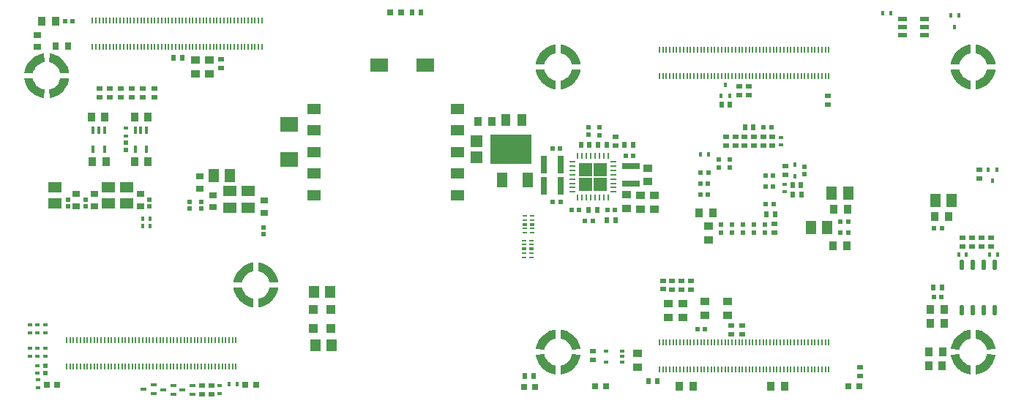
<source format=gbp>
G04*
G04 #@! TF.GenerationSoftware,Altium Limited,Altium Designer,22.10.1 (41)*
G04*
G04 Layer_Color=128*
%FSLAX44Y44*%
%MOMM*%
G71*
G04*
G04 #@! TF.SameCoordinates,928D53FB-E6BB-4B63-96BA-E5CEFA686ED6*
G04*
G04*
G04 #@! TF.FilePolarity,Positive*
G04*
G01*
G75*
%ADD38R,0.6500X0.5500*%
%ADD40R,1.0000X0.9000*%
%ADD41R,0.4500X0.5500*%
%ADD42R,1.0000X1.0000*%
%ADD46R,0.5500X0.4500*%
%ADD47R,0.5200X0.5200*%
%ADD50R,0.9000X1.0000*%
%ADD51R,0.5500X0.6500*%
%ADD52R,0.6200X0.6200*%
%ADD53R,0.6200X0.6200*%
%ADD54R,1.1500X1.8000*%
%ADD59R,1.1500X1.4500*%
%ADD63R,0.8000X0.8000*%
%ADD72R,1.0500X1.4000*%
%ADD199R,0.1800X0.7000*%
%ADD200R,0.7000X0.9000*%
%ADD201R,0.9000X0.7000*%
%ADD203R,0.4000X0.5100*%
%ADD204R,1.5000X1.3000*%
%ADD205R,1.3000X1.5000*%
%ADD206R,0.7100X0.3000*%
%ADD207R,0.5200X0.5200*%
%ADD208R,0.8000X2.0000*%
%ADD209R,2.0000X0.8000*%
%ADD211R,0.4000X0.4800*%
%ADD212R,0.2000X0.7000*%
%ADD213O,0.5500X1.2500*%
G04:AMPARAMS|DCode=214|XSize=0.4mm|YSize=0.565mm|CornerRadius=0.05mm|HoleSize=0mm|Usage=FLASHONLY|Rotation=270.000|XOffset=0mm|YOffset=0mm|HoleType=Round|Shape=RoundedRectangle|*
%AMROUNDEDRECTD214*
21,1,0.4000,0.4650,0,0,270.0*
21,1,0.3000,0.5650,0,0,270.0*
1,1,0.1000,-0.2325,-0.1500*
1,1,0.1000,-0.2325,0.1500*
1,1,0.1000,0.2325,0.1500*
1,1,0.1000,0.2325,-0.1500*
%
%ADD214ROUNDEDRECTD214*%
%ADD215R,1.0000X0.6000*%
%ADD216R,2.0000X1.5000*%
%ADD217R,1.5500X1.2700*%
G04:AMPARAMS|DCode=218|XSize=0.25mm|YSize=0.6mm|CornerRadius=0.0313mm|HoleSize=0mm|Usage=FLASHONLY|Rotation=90.000|XOffset=0mm|YOffset=0mm|HoleType=Round|Shape=RoundedRectangle|*
%AMROUNDEDRECTD218*
21,1,0.2500,0.5375,0,0,90.0*
21,1,0.1875,0.6000,0,0,90.0*
1,1,0.0625,0.2688,0.0938*
1,1,0.0625,0.2688,-0.0938*
1,1,0.0625,-0.2688,-0.0938*
1,1,0.0625,-0.2688,0.0938*
%
%ADD218ROUNDEDRECTD218*%
G04:AMPARAMS|DCode=219|XSize=0.25mm|YSize=0.6mm|CornerRadius=0.0313mm|HoleSize=0mm|Usage=FLASHONLY|Rotation=0.000|XOffset=0mm|YOffset=0mm|HoleType=Round|Shape=RoundedRectangle|*
%AMROUNDEDRECTD219*
21,1,0.2500,0.5375,0,0,0.0*
21,1,0.1875,0.6000,0,0,0.0*
1,1,0.0625,0.0938,-0.2688*
1,1,0.0625,-0.0938,-0.2688*
1,1,0.0625,-0.0938,0.2688*
1,1,0.0625,0.0938,0.2688*
%
%ADD219ROUNDEDRECTD219*%
%ADD221R,2.1590X1.7780*%
%ADD222R,1.4000X1.3900*%
%ADD223R,4.8600X3.3600*%
G04:AMPARAMS|DCode=224|XSize=0.2mm|YSize=0.565mm|CornerRadius=0.05mm|HoleSize=0mm|Usage=FLASHONLY|Rotation=90.000|XOffset=0mm|YOffset=0mm|HoleType=Round|Shape=RoundedRectangle|*
%AMROUNDEDRECTD224*
21,1,0.2000,0.4650,0,0,90.0*
21,1,0.1000,0.5650,0,0,90.0*
1,1,0.1000,0.2325,0.0500*
1,1,0.1000,0.2325,-0.0500*
1,1,0.1000,-0.2325,-0.0500*
1,1,0.1000,-0.2325,0.0500*
%
%ADD224ROUNDEDRECTD224*%
%ADD254R,1.4900X1.4900*%
%ADD255R,0.3500X0.8500*%
%ADD256R,0.5500X0.3700*%
G36*
X30822Y395457D02*
X29628Y395199D01*
X27316Y394414D01*
X25151Y393287D01*
X23182Y391844D01*
X21456Y390118D01*
X20013Y388149D01*
X18886Y385984D01*
X18101Y383672D01*
X17843Y382478D01*
X7794Y382869D01*
X8057Y385013D01*
X9284Y389156D01*
X11178Y393039D01*
X13687Y396557D01*
X16743Y399612D01*
X20261Y402122D01*
X24144Y404016D01*
X28287Y405243D01*
X30431Y405506D01*
X30431D01*
X30822Y395457D01*
D02*
G37*
G36*
X38913Y405243D02*
X43056Y404016D01*
X46939Y402122D01*
X50457Y399612D01*
X53512Y396557D01*
X56022Y393039D01*
X57916Y389156D01*
X59143Y385013D01*
X59406Y382869D01*
X49357Y382478D01*
X49099Y383672D01*
X48314Y385984D01*
X47187Y388149D01*
X45744Y390118D01*
X44018Y391844D01*
X42049Y393287D01*
X39884Y394414D01*
X37572Y395199D01*
X36378Y395457D01*
X36378D01*
X36769Y405506D01*
X38913Y405243D01*
D02*
G37*
G36*
X17843Y382478D02*
X17843Y382478D01*
Y382478D01*
X17843D01*
D02*
G37*
G36*
X18101Y375728D02*
X18886Y373416D01*
X20013Y371251D01*
X21456Y369282D01*
X23182Y367556D01*
X25151Y366113D01*
X27316Y364986D01*
X29628Y364201D01*
X30822Y363943D01*
Y363943D01*
Y363943D01*
D01*
X30431Y353894D01*
X28287Y354157D01*
X24144Y355384D01*
X20261Y357278D01*
X16743Y359787D01*
X13687Y362843D01*
X11178Y366361D01*
X9284Y370244D01*
X8057Y374387D01*
X7794Y376531D01*
X7794Y376531D01*
X17843Y376922D01*
X18101Y375728D01*
D02*
G37*
G36*
X59406Y376531D02*
X59143Y374387D01*
X57916Y370244D01*
X56022Y366361D01*
X53512Y362843D01*
X50457Y359787D01*
X46939Y357278D01*
X43056Y355384D01*
X38913Y354157D01*
X36769Y353894D01*
Y353894D01*
X36378Y363943D01*
X37572Y364201D01*
X39884Y364986D01*
X42049Y366113D01*
X44018Y367556D01*
X45744Y369282D01*
X47187Y371251D01*
X48314Y373416D01*
X49099Y375728D01*
X49357Y376922D01*
X59406Y376531D01*
D02*
G37*
G36*
X272822Y153457D02*
X271628Y153199D01*
X269316Y152414D01*
X267151Y151287D01*
X265182Y149844D01*
X263456Y148118D01*
X262013Y146149D01*
X260886Y143984D01*
X260101Y141672D01*
X259843Y140478D01*
X249794Y140869D01*
X250057Y143013D01*
X251284Y147156D01*
X253178Y151039D01*
X255688Y154557D01*
X258743Y157612D01*
X262261Y160122D01*
X266144Y162016D01*
X270287Y163243D01*
X272431Y163506D01*
X272431D01*
X272822Y153457D01*
D02*
G37*
G36*
X259843Y140478D02*
X259843Y140478D01*
Y140478D01*
X259843D01*
D02*
G37*
G36*
X260101Y133728D02*
X260886Y131416D01*
X262013Y129251D01*
X263456Y127282D01*
X265182Y125556D01*
X267151Y124113D01*
X269316Y122986D01*
X271628Y122201D01*
X272822Y121943D01*
Y121943D01*
Y121943D01*
D01*
X272431Y111894D01*
X270287Y112157D01*
X266144Y113384D01*
X262261Y115278D01*
X258743Y117788D01*
X255688Y120843D01*
X253178Y124361D01*
X251284Y128244D01*
X250057Y132387D01*
X249794Y134531D01*
X249794Y134531D01*
X259843Y134922D01*
X260101Y133728D01*
D02*
G37*
G36*
X278769Y111894D02*
X278378Y121943D01*
X279572Y122201D01*
X281884Y122986D01*
X284049Y124113D01*
X286018Y125556D01*
X287744Y127282D01*
X289187Y129251D01*
X290314Y131416D01*
X291099Y133728D01*
X291357Y134922D01*
D01*
X301406Y134531D01*
X301143Y132387D01*
X299916Y128244D01*
X298022Y124361D01*
X295512Y120843D01*
X292457Y117788D01*
X288939Y115278D01*
X285056Y113384D01*
X280913Y112157D01*
X278769Y111894D01*
Y111894D01*
D02*
G37*
G36*
X622144Y85888D02*
X622534Y75839D01*
X621340Y75581D01*
X619028Y74796D01*
X616863Y73669D01*
X614894Y72226D01*
X613168Y70500D01*
X611725Y68531D01*
X610598Y66366D01*
X609813Y64054D01*
X609555Y62860D01*
X609555Y62860D01*
X599506Y63251D01*
X599769Y65395D01*
X600996Y69538D01*
X602891Y73421D01*
X605400Y76939D01*
X608455Y79994D01*
X611973Y82504D01*
X615856Y84398D01*
X619999Y85625D01*
X622144Y85888D01*
X622144D01*
D02*
G37*
G36*
X599506Y56913D02*
X609555Y57304D01*
X609813Y56110D01*
X610598Y53798D01*
X611725Y51633D01*
X613168Y49664D01*
X614894Y47938D01*
X616863Y46495D01*
X619028Y45368D01*
X621340Y44583D01*
X622534Y44325D01*
Y44325D01*
X622144Y34276D01*
X619999Y34539D01*
X615856Y35766D01*
X611973Y37660D01*
X608455Y40170D01*
X605400Y43225D01*
X602891Y46743D01*
X600996Y50626D01*
X599769Y54769D01*
X599506Y56913D01*
X599506Y56913D01*
D02*
G37*
G36*
X301406Y140869D02*
X291357Y140478D01*
X291099Y141672D01*
X290314Y143984D01*
X289187Y146149D01*
X287744Y148118D01*
X286018Y149844D01*
X284049Y151287D01*
X281884Y152414D01*
X279572Y153199D01*
X278378Y153457D01*
X278378D01*
X278769Y163506D01*
X280913Y163243D01*
X285056Y162016D01*
X288939Y160122D01*
X292457Y157612D01*
X295512Y154557D01*
X298022Y151039D01*
X299916Y147156D01*
X301143Y143013D01*
X301406Y140869D01*
D01*
D02*
G37*
G36*
X599506Y386913D02*
X609555Y387304D01*
X609813Y386110D01*
X610598Y383798D01*
X611725Y381633D01*
X613168Y379664D01*
X614894Y377938D01*
X616863Y376495D01*
X619028Y375368D01*
X621340Y374583D01*
X622534Y374325D01*
Y374325D01*
X622144Y364276D01*
X619999Y364539D01*
X615856Y365766D01*
X611973Y367660D01*
X608455Y370169D01*
X605400Y373225D01*
X602891Y376743D01*
X600996Y380626D01*
X599769Y384769D01*
X599506Y386913D01*
X599506Y386913D01*
D02*
G37*
G36*
X622144Y415888D02*
X622534Y405839D01*
X621340Y405581D01*
X619028Y404796D01*
X616863Y403669D01*
X614894Y402226D01*
X613168Y400500D01*
X611725Y398531D01*
X610598Y396366D01*
X609813Y394054D01*
X609555Y392860D01*
X609555Y392860D01*
X599506Y393251D01*
X599769Y395395D01*
X600996Y399538D01*
X602891Y403421D01*
X605400Y406939D01*
X608455Y409994D01*
X611973Y412504D01*
X615856Y414398D01*
X619999Y415625D01*
X622144Y415888D01*
X622144D01*
D02*
G37*
G36*
X1102534Y405839D02*
X1101340Y405581D01*
X1099028Y404796D01*
X1096863Y403669D01*
X1094894Y402226D01*
X1093168Y400500D01*
X1091725Y398531D01*
X1090598Y396366D01*
X1089813Y394054D01*
X1089555Y392860D01*
X1079506Y393251D01*
X1079769Y395395D01*
X1080996Y399538D01*
X1082890Y403421D01*
X1085400Y406939D01*
X1088455Y409994D01*
X1091973Y412504D01*
X1095856Y414398D01*
X1099999Y415625D01*
X1102143Y415888D01*
X1102143D01*
X1102534Y405839D01*
D02*
G37*
G36*
X1110625Y415625D02*
X1114768Y414398D01*
X1118652Y412504D01*
X1122169Y409994D01*
X1125225Y406939D01*
X1127734Y403421D01*
X1129628Y399538D01*
X1130855Y395395D01*
X1131118Y393251D01*
X1121069Y392860D01*
X1120811Y394054D01*
X1120026Y396366D01*
X1118899Y398531D01*
X1117456Y400500D01*
X1115730Y402226D01*
X1113761Y403669D01*
X1111596Y404796D01*
X1109284Y405581D01*
X1108090Y405839D01*
X1108091D01*
X1108481Y415888D01*
X1110625Y415625D01*
D02*
G37*
G36*
X1089555Y392860D02*
X1089555Y392860D01*
Y392860D01*
X1089555D01*
D02*
G37*
G36*
X630625Y415625D02*
X634768Y414398D01*
X638652Y412504D01*
X642169Y409994D01*
X645225Y406939D01*
X647734Y403421D01*
X649628Y399538D01*
X650855Y395395D01*
X651118Y393251D01*
X641069Y392860D01*
X640811Y394054D01*
X640026Y396366D01*
X638899Y398531D01*
X637456Y400500D01*
X635730Y402226D01*
X633761Y403669D01*
X631596Y404796D01*
X629284Y405581D01*
X628090Y405839D01*
X628091D01*
X628481Y415888D01*
X630625Y415625D01*
D02*
G37*
G36*
X1089813Y386110D02*
X1090598Y383798D01*
X1091725Y381633D01*
X1093168Y379664D01*
X1094894Y377938D01*
X1096863Y376495D01*
X1099028Y375368D01*
X1101340Y374583D01*
X1102534Y374325D01*
Y374325D01*
Y374325D01*
D01*
X1102143Y364276D01*
X1099999Y364539D01*
X1095856Y365766D01*
X1091973Y367660D01*
X1088455Y370169D01*
X1085400Y373225D01*
X1082890Y376743D01*
X1080996Y380626D01*
X1079769Y384769D01*
X1079506Y386913D01*
X1079506Y386913D01*
X1089555Y387304D01*
X1089813Y386110D01*
D02*
G37*
G36*
X1131118Y386913D02*
X1130855Y384769D01*
X1129628Y380626D01*
X1127734Y376743D01*
X1125225Y373225D01*
X1122169Y370169D01*
X1118652Y367660D01*
X1114768Y365766D01*
X1110625Y364539D01*
X1108481Y364276D01*
Y364276D01*
X1108090Y374325D01*
X1109284Y374583D01*
X1111596Y375368D01*
X1113761Y376495D01*
X1115730Y377938D01*
X1117456Y379664D01*
X1118899Y381633D01*
X1120026Y383798D01*
X1120811Y386110D01*
X1121069Y387304D01*
X1131118Y386913D01*
D02*
G37*
G36*
X651118D02*
X650855Y384769D01*
X649628Y380626D01*
X647734Y376743D01*
X645225Y373225D01*
X642169Y370169D01*
X638652Y367660D01*
X634768Y365766D01*
X630625Y364539D01*
X628481Y364276D01*
Y364276D01*
X628090Y374325D01*
X629284Y374583D01*
X631596Y375368D01*
X633761Y376495D01*
X635730Y377938D01*
X637456Y379664D01*
X638899Y381633D01*
X640026Y383798D01*
X640811Y386110D01*
X641069Y387304D01*
X651118Y386913D01*
D02*
G37*
G36*
X1102534Y75839D02*
X1101340Y75581D01*
X1099028Y74796D01*
X1096863Y73669D01*
X1094894Y72226D01*
X1093168Y70500D01*
X1091725Y68531D01*
X1090598Y66366D01*
X1089813Y64054D01*
X1089555Y62860D01*
X1079506Y63251D01*
X1079769Y65395D01*
X1080996Y69538D01*
X1082890Y73421D01*
X1085400Y76939D01*
X1088455Y79994D01*
X1091973Y82504D01*
X1095856Y84398D01*
X1099999Y85625D01*
X1102143Y85888D01*
X1102143D01*
X1102534Y75839D01*
D02*
G37*
G36*
X1110625Y85625D02*
X1114768Y84398D01*
X1118652Y82504D01*
X1122169Y79994D01*
X1125225Y76939D01*
X1127734Y73421D01*
X1129628Y69538D01*
X1130855Y65395D01*
X1131118Y63251D01*
X1121069Y62860D01*
X1120811Y64054D01*
X1120026Y66366D01*
X1118899Y68531D01*
X1117456Y70500D01*
X1115730Y72226D01*
X1113761Y73669D01*
X1111596Y74796D01*
X1109284Y75581D01*
X1108090Y75839D01*
X1108091D01*
X1108481Y85888D01*
X1110625Y85625D01*
D02*
G37*
G36*
X1089555Y62860D02*
X1089555Y62860D01*
Y62860D01*
X1089555D01*
D02*
G37*
G36*
X630625Y85625D02*
X634768Y84398D01*
X638652Y82504D01*
X642169Y79994D01*
X645225Y76939D01*
X647734Y73421D01*
X649628Y69538D01*
X650855Y65395D01*
X651118Y63251D01*
X641069Y62860D01*
X640811Y64054D01*
X640026Y66366D01*
X638899Y68531D01*
X637456Y70500D01*
X635730Y72226D01*
X633761Y73669D01*
X631596Y74796D01*
X629284Y75581D01*
X628090Y75839D01*
X628091D01*
X628481Y85888D01*
X630625Y85625D01*
D02*
G37*
G36*
X1089813Y56110D02*
X1090598Y53798D01*
X1091725Y51633D01*
X1093168Y49664D01*
X1094894Y47938D01*
X1096863Y46495D01*
X1099028Y45368D01*
X1101340Y44583D01*
X1102534Y44325D01*
Y44325D01*
Y44325D01*
D01*
X1102143Y34276D01*
X1099999Y34539D01*
X1095856Y35766D01*
X1091973Y37660D01*
X1088455Y40170D01*
X1085400Y43225D01*
X1082890Y46743D01*
X1080996Y50626D01*
X1079769Y54769D01*
X1079506Y56913D01*
X1079506Y56913D01*
X1089555Y57304D01*
X1089813Y56110D01*
D02*
G37*
G36*
X1131118Y56913D02*
X1130855Y54769D01*
X1129628Y50626D01*
X1127734Y46743D01*
X1125225Y43225D01*
X1122169Y40170D01*
X1118652Y37660D01*
X1114768Y35766D01*
X1110625Y34539D01*
X1108481Y34276D01*
Y34276D01*
X1108090Y44325D01*
X1109284Y44583D01*
X1111596Y45368D01*
X1113761Y46495D01*
X1115730Y47938D01*
X1117456Y49664D01*
X1118899Y51633D01*
X1120026Y53798D01*
X1120811Y56110D01*
X1121069Y57304D01*
X1131118Y56913D01*
D02*
G37*
G36*
X651118D02*
X650855Y54769D01*
X649628Y50626D01*
X647734Y46743D01*
X645225Y43225D01*
X642169Y40170D01*
X638652Y37660D01*
X634768Y35766D01*
X630625Y34539D01*
X628481Y34276D01*
Y34276D01*
X628090Y44325D01*
X629284Y44583D01*
X631596Y45368D01*
X633761Y46495D01*
X635730Y47938D01*
X637456Y49664D01*
X638899Y51633D01*
X640026Y53798D01*
X640811Y56110D01*
X641069Y57304D01*
X651118Y56913D01*
D02*
G37*
D38*
X974250Y32606D02*
D03*
Y42606D02*
D03*
X95000Y365000D02*
D03*
Y355000D02*
D03*
X107000Y365000D02*
D03*
Y355000D02*
D03*
X158022Y365000D02*
D03*
Y355000D02*
D03*
X145000Y365000D02*
D03*
Y355000D02*
D03*
X119000Y365000D02*
D03*
Y355000D02*
D03*
X132000Y365000D02*
D03*
Y355000D02*
D03*
X213000Y21500D02*
D03*
Y11500D02*
D03*
X224000Y21500D02*
D03*
Y11500D02*
D03*
X834324Y357496D02*
D03*
X746300Y142600D02*
D03*
X862359Y308917D02*
D03*
X840740Y308958D02*
D03*
X872744D02*
D03*
X845500Y357496D02*
D03*
X778600Y142200D02*
D03*
X767950Y142350D02*
D03*
X757200Y142500D02*
D03*
X665416Y61120D02*
D03*
X851662Y308958D02*
D03*
X830072D02*
D03*
X819510Y308900D02*
D03*
X887700Y275100D02*
D03*
X746300Y132600D02*
D03*
X757200Y132500D02*
D03*
X1112774Y260684D02*
D03*
X937514Y346536D02*
D03*
X691642Y309292D02*
D03*
X235000Y388750D02*
D03*
Y398750D02*
D03*
X887700Y265100D02*
D03*
X691642Y299292D02*
D03*
X875538Y197946D02*
D03*
Y207946D02*
D03*
X819510Y298900D02*
D03*
X830072Y298958D02*
D03*
X851662D02*
D03*
X665416Y51120D02*
D03*
X937514Y356536D02*
D03*
X767950Y132350D02*
D03*
X778600Y132200D02*
D03*
X838300Y80352D02*
D03*
Y90352D02*
D03*
X825795D02*
D03*
Y80352D02*
D03*
X834324Y367496D02*
D03*
X845500D02*
D03*
X1112774Y270684D02*
D03*
X872744Y298958D02*
D03*
X1115000Y182000D02*
D03*
Y192000D02*
D03*
X1104000Y182000D02*
D03*
Y192000D02*
D03*
X1126000Y182000D02*
D03*
Y192000D02*
D03*
X1093000Y182000D02*
D03*
Y192000D02*
D03*
X840740Y298958D02*
D03*
X862359Y298917D02*
D03*
D40*
X799338Y190120D02*
D03*
X794990Y118616D02*
D03*
X821089D02*
D03*
X716900Y42750D02*
D03*
X704596Y241808D02*
D03*
X736550Y241581D02*
D03*
X729234Y257048D02*
D03*
X720614Y241625D02*
D03*
X752200Y100400D02*
D03*
X769250D02*
D03*
X716900Y58750D02*
D03*
X752200Y116400D02*
D03*
X769250D02*
D03*
X799338Y206120D02*
D03*
X704596Y225808D02*
D03*
X736550Y225581D02*
D03*
X729234Y273048D02*
D03*
X720614Y225625D02*
D03*
X221500Y381750D02*
D03*
X205500D02*
D03*
Y397750D02*
D03*
X221500D02*
D03*
X794990Y102616D02*
D03*
X821089D02*
D03*
D41*
X153500Y214000D02*
D03*
X144500D02*
D03*
Y206000D02*
D03*
X153500D02*
D03*
X1088500Y173000D02*
D03*
X1133500D02*
D03*
X789893Y288672D02*
D03*
X244500Y23000D02*
D03*
X798893Y288672D02*
D03*
X253500Y23000D02*
D03*
X1009700Y451900D02*
D03*
X1000700D02*
D03*
X1124500Y173000D02*
D03*
X1097500D02*
D03*
D42*
X361884Y109336D02*
D03*
Y87336D02*
D03*
X342072Y109336D02*
D03*
Y87336D02*
D03*
D46*
X32000Y55500D02*
D03*
Y64500D02*
D03*
X14000Y55500D02*
D03*
Y64500D02*
D03*
X22919Y55431D02*
D03*
Y64431D02*
D03*
X23000Y44500D02*
D03*
Y35500D02*
D03*
X32000Y82500D02*
D03*
Y91500D02*
D03*
X14000Y82500D02*
D03*
Y91500D02*
D03*
X23000Y82500D02*
D03*
Y91500D02*
D03*
X23225Y18757D02*
D03*
Y27757D02*
D03*
X233750Y21250D02*
D03*
Y12250D02*
D03*
X882639Y308582D02*
D03*
X886968Y245254D02*
D03*
X125000Y319000D02*
D03*
X886968Y254254D02*
D03*
X882639Y299582D02*
D03*
X125000Y310000D02*
D03*
D47*
X32000Y36000D02*
D03*
Y44000D02*
D03*
X58000Y236500D02*
D03*
Y228500D02*
D03*
X152000Y236500D02*
D03*
Y228500D02*
D03*
X79000Y236500D02*
D03*
Y228500D02*
D03*
X198900Y234166D02*
D03*
Y226166D02*
D03*
X284700Y196400D02*
D03*
Y204400D02*
D03*
X212000Y234166D02*
D03*
Y226166D02*
D03*
X125000Y294000D02*
D03*
Y302000D02*
D03*
D50*
X871250Y20500D02*
D03*
X887250D02*
D03*
X102000Y280000D02*
D03*
X86000D02*
D03*
X85000Y332000D02*
D03*
X101000D02*
D03*
X960000Y225000D02*
D03*
X944000D02*
D03*
X1061000Y217000D02*
D03*
X1077000D02*
D03*
X44000Y443000D02*
D03*
X28000D02*
D03*
X135000Y280000D02*
D03*
X788036Y221234D02*
D03*
X1056000Y109000D02*
D03*
X151000Y280000D02*
D03*
Y332000D02*
D03*
X765350Y20500D02*
D03*
X943000Y183000D02*
D03*
X804036Y221234D02*
D03*
X1069763Y59880D02*
D03*
X1069623Y43953D02*
D03*
X1056000Y93000D02*
D03*
X135000Y332000D02*
D03*
X781350Y20500D02*
D03*
X1072000Y93000D02*
D03*
X1053623Y43953D02*
D03*
X1053763Y59880D02*
D03*
X532192Y326752D02*
D03*
X548192D02*
D03*
X959000Y183000D02*
D03*
X1072000Y109000D02*
D03*
D51*
X681621Y212852D02*
D03*
X691621D02*
D03*
X729502Y26200D02*
D03*
X906526Y242062D02*
D03*
X865966Y219202D02*
D03*
X851074Y320294D02*
D03*
X712136Y299466D02*
D03*
X1059226Y135002D02*
D03*
X814084Y346240D02*
D03*
X466600Y452650D02*
D03*
X180336Y400398D02*
D03*
X190336D02*
D03*
X671140Y299399D02*
D03*
X681140D02*
D03*
X670646Y224859D02*
D03*
X660646D02*
D03*
X661501Y299789D02*
D03*
X651501D02*
D03*
X702136Y299466D02*
D03*
X841074Y320294D02*
D03*
X906192Y252984D02*
D03*
X896192D02*
D03*
X875966Y219202D02*
D03*
X896526Y242062D02*
D03*
X739502Y26200D02*
D03*
X824084Y346240D02*
D03*
X456600Y452650D02*
D03*
X596850Y31950D02*
D03*
X586850D02*
D03*
X1069226Y135002D02*
D03*
D52*
X823520Y282762D02*
D03*
X826262Y198120D02*
D03*
X838708D02*
D03*
X851408Y198192D02*
D03*
X810985Y282762D02*
D03*
X813562Y198120D02*
D03*
X851408Y207192D02*
D03*
X810985Y273762D02*
D03*
X813562Y207120D02*
D03*
X823520Y273762D02*
D03*
X826262Y207120D02*
D03*
X864108Y207192D02*
D03*
X838708Y207120D02*
D03*
X910439Y274764D02*
D03*
X660137Y320337D02*
D03*
X672838Y320083D02*
D03*
Y311083D02*
D03*
X660137Y311337D02*
D03*
X910439Y265764D02*
D03*
X864108Y198192D02*
D03*
D53*
X789576Y242062D02*
D03*
X789830Y267462D02*
D03*
X874006Y251762D02*
D03*
X873942Y264414D02*
D03*
X874450Y230886D02*
D03*
X789576Y254762D02*
D03*
X871584Y320294D02*
D03*
X1059750Y123300D02*
D03*
X656226Y212090D02*
D03*
X864942Y264414D02*
D03*
X795254Y86840D02*
D03*
X951500Y211000D02*
D03*
X1069000Y203000D02*
D03*
X951500Y198000D02*
D03*
X865450Y230886D02*
D03*
X798576Y254762D02*
D03*
Y242062D02*
D03*
X798830Y267462D02*
D03*
X865006Y251762D02*
D03*
X640572Y224859D02*
D03*
X690901Y224859D02*
D03*
X862584Y320294D02*
D03*
X665226Y212090D02*
D03*
X681901Y224859D02*
D03*
X618474Y295217D02*
D03*
X627473D02*
D03*
X649572Y224859D02*
D03*
X618727Y233495D02*
D03*
X627728D02*
D03*
X960500Y198000D02*
D03*
X1060000Y203000D02*
D03*
X960500Y211000D02*
D03*
X786254Y86840D02*
D03*
X712144Y287274D02*
D03*
X703144D02*
D03*
X1068750Y123300D02*
D03*
D54*
X559990Y259118D02*
D03*
X589990D02*
D03*
D59*
X344756Y67856D02*
D03*
X362756D02*
D03*
X343232Y129832D02*
D03*
X361232D02*
D03*
D63*
X973500Y20000D02*
D03*
X961000D02*
D03*
X585938Y19450D02*
D03*
X431150Y452750D02*
D03*
X598438Y19450D02*
D03*
X668120Y20000D02*
D03*
X680620D02*
D03*
X443650Y452750D02*
D03*
X263250Y22500D02*
D03*
X275750D02*
D03*
X33500Y22500D02*
D03*
X46000D02*
D03*
D72*
X583474Y328206D02*
D03*
X564474D02*
D03*
D199*
X208600Y73681D02*
D03*
X212600D02*
D03*
X86600Y412881D02*
D03*
X90600D02*
D03*
X94600D02*
D03*
X98600D02*
D03*
X102600D02*
D03*
X106600D02*
D03*
X110600D02*
D03*
X114600D02*
D03*
X118600D02*
D03*
X122600D02*
D03*
X126600D02*
D03*
X130600D02*
D03*
X134600D02*
D03*
X138600D02*
D03*
X142600D02*
D03*
X146600D02*
D03*
X150600D02*
D03*
X154600D02*
D03*
X158600D02*
D03*
X162600D02*
D03*
X166600D02*
D03*
X170600D02*
D03*
X174600D02*
D03*
X178600D02*
D03*
X182600D02*
D03*
X186600D02*
D03*
X190600D02*
D03*
X194600D02*
D03*
X198600D02*
D03*
X202600D02*
D03*
X206600D02*
D03*
X210600D02*
D03*
X214600D02*
D03*
X218600D02*
D03*
X222600D02*
D03*
X226600D02*
D03*
X230600D02*
D03*
X234600D02*
D03*
X238600D02*
D03*
X242600D02*
D03*
X246600D02*
D03*
X250600D02*
D03*
X254600D02*
D03*
X258600D02*
D03*
X262600D02*
D03*
X266600D02*
D03*
X270600D02*
D03*
X274600D02*
D03*
X278600D02*
D03*
X282600D02*
D03*
X86600Y443681D02*
D03*
X90600D02*
D03*
X94600D02*
D03*
X98600D02*
D03*
X102600D02*
D03*
X106600D02*
D03*
X110600D02*
D03*
X114600D02*
D03*
X118600D02*
D03*
X122600D02*
D03*
X126600D02*
D03*
X130600D02*
D03*
X134600D02*
D03*
X138600D02*
D03*
X142600D02*
D03*
X146600D02*
D03*
X150600D02*
D03*
X154600D02*
D03*
X158600D02*
D03*
X162600D02*
D03*
X166600D02*
D03*
X170600D02*
D03*
X174600D02*
D03*
X178600D02*
D03*
X182600D02*
D03*
X186600D02*
D03*
X190600D02*
D03*
X194600D02*
D03*
X198600D02*
D03*
X202600D02*
D03*
X206600D02*
D03*
X210600D02*
D03*
X214600D02*
D03*
X218600D02*
D03*
X222600D02*
D03*
X226600D02*
D03*
X230600D02*
D03*
X234600D02*
D03*
X238600D02*
D03*
X242600D02*
D03*
X246600D02*
D03*
X250600D02*
D03*
X254600D02*
D03*
X258600D02*
D03*
X262600D02*
D03*
X266600D02*
D03*
X270600D02*
D03*
X274600D02*
D03*
X278600D02*
D03*
X282600D02*
D03*
X56600Y42881D02*
D03*
X60600D02*
D03*
X64600D02*
D03*
X68600D02*
D03*
X72600D02*
D03*
X76600D02*
D03*
X80600D02*
D03*
X84600D02*
D03*
X88600D02*
D03*
X92600D02*
D03*
X96600D02*
D03*
X100600D02*
D03*
X104600D02*
D03*
X108600D02*
D03*
X112600D02*
D03*
X116600D02*
D03*
X120600D02*
D03*
X124600D02*
D03*
X128600D02*
D03*
X132600D02*
D03*
X136600D02*
D03*
X140600D02*
D03*
X144600D02*
D03*
X148600D02*
D03*
X152600D02*
D03*
X156600D02*
D03*
X160600D02*
D03*
X164600D02*
D03*
X168600D02*
D03*
X172600D02*
D03*
X176600D02*
D03*
X180600D02*
D03*
X184600D02*
D03*
X188600D02*
D03*
X192600D02*
D03*
X196600D02*
D03*
X200600D02*
D03*
X204600D02*
D03*
X208600D02*
D03*
X212600D02*
D03*
X216600D02*
D03*
X220600D02*
D03*
X224600D02*
D03*
X228600D02*
D03*
X232600D02*
D03*
X236600D02*
D03*
X240600D02*
D03*
X244600D02*
D03*
X248600D02*
D03*
X252600D02*
D03*
X56600Y73681D02*
D03*
X60600D02*
D03*
X64600D02*
D03*
X68600D02*
D03*
X72600D02*
D03*
X76600D02*
D03*
X80600D02*
D03*
X84600D02*
D03*
X88600D02*
D03*
X92600D02*
D03*
X96600D02*
D03*
X100600D02*
D03*
X104600D02*
D03*
X108600D02*
D03*
X112600D02*
D03*
X116600D02*
D03*
X120600D02*
D03*
X124600D02*
D03*
X128600D02*
D03*
X132600D02*
D03*
X136600D02*
D03*
X140600D02*
D03*
X144600D02*
D03*
X148600D02*
D03*
X152600D02*
D03*
X156600D02*
D03*
X160600D02*
D03*
X164600D02*
D03*
X168600D02*
D03*
X172600D02*
D03*
X176600D02*
D03*
X180600D02*
D03*
X184600D02*
D03*
X188600D02*
D03*
X192600D02*
D03*
X196600D02*
D03*
X200600D02*
D03*
X204600D02*
D03*
X216600D02*
D03*
X220600D02*
D03*
X224600D02*
D03*
X228600D02*
D03*
X232600D02*
D03*
X236600D02*
D03*
X240600D02*
D03*
X244600D02*
D03*
X248600D02*
D03*
X252600D02*
D03*
D200*
X44000Y414000D02*
D03*
X58000D02*
D03*
D201*
X23000Y427000D02*
D03*
Y413000D02*
D03*
X68000Y229000D02*
D03*
Y243000D02*
D03*
X142000Y229000D02*
D03*
Y243000D02*
D03*
X89000Y229000D02*
D03*
Y243000D02*
D03*
X211000Y249000D02*
D03*
Y263000D02*
D03*
X285400Y221400D02*
D03*
Y235400D02*
D03*
X226200Y227666D02*
D03*
Y241666D02*
D03*
D203*
X818830Y369250D02*
D03*
X813830Y356250D02*
D03*
X823830D02*
D03*
X1127760Y258422D02*
D03*
X1132760Y271422D02*
D03*
X1122760D02*
D03*
X1079000Y449500D02*
D03*
X1089000D02*
D03*
X1084000Y436500D02*
D03*
D204*
X266751Y227166D02*
D03*
Y246166D02*
D03*
X43000Y251000D02*
D03*
Y232000D02*
D03*
X126000D02*
D03*
Y251000D02*
D03*
X105000Y232000D02*
D03*
Y251000D02*
D03*
X245100Y246166D02*
D03*
Y227166D02*
D03*
D205*
X1061250Y235750D02*
D03*
X1080250D02*
D03*
X960500Y244000D02*
D03*
X941500D02*
D03*
X917500Y204000D02*
D03*
X245500Y264000D02*
D03*
X226500D02*
D03*
X936500Y204000D02*
D03*
D206*
X202600Y21500D02*
D03*
Y11500D02*
D03*
X190400Y16500D02*
D03*
X157462Y12332D02*
D03*
X180500Y11500D02*
D03*
Y21500D02*
D03*
X168300Y16500D02*
D03*
X157462Y22332D02*
D03*
X145262Y17332D02*
D03*
D207*
X63000Y443000D02*
D03*
X55000D02*
D03*
D208*
X608307Y252037D02*
D03*
Y276675D02*
D03*
X628307D02*
D03*
Y252037D02*
D03*
D209*
X709080Y255245D02*
D03*
Y275245D02*
D03*
D211*
X898700Y276900D02*
D03*
Y263700D02*
D03*
D212*
X762310Y70886D02*
D03*
X766310D02*
D03*
X770310D02*
D03*
X774310D02*
D03*
X746310D02*
D03*
X794310D02*
D03*
X798310Y40086D02*
D03*
X810310Y70886D02*
D03*
Y40086D02*
D03*
X822310Y70886D02*
D03*
Y40086D02*
D03*
X834310D02*
D03*
X838310Y70886D02*
D03*
X854310Y40086D02*
D03*
X858310Y70886D02*
D03*
X874310Y40086D02*
D03*
X878310Y70886D02*
D03*
X894310Y40086D02*
D03*
X898310Y70886D02*
D03*
X914310D02*
D03*
Y40086D02*
D03*
X926310Y70886D02*
D03*
Y40086D02*
D03*
X938310Y70886D02*
D03*
Y40086D02*
D03*
X746312Y410082D02*
D03*
Y379282D02*
D03*
X758312Y410082D02*
D03*
Y379282D02*
D03*
X770312Y410082D02*
D03*
Y379282D02*
D03*
X782312Y410082D02*
D03*
Y379282D02*
D03*
X794312Y410082D02*
D03*
Y379282D02*
D03*
X806312Y410082D02*
D03*
Y379282D02*
D03*
X818312Y410082D02*
D03*
Y379282D02*
D03*
X830312Y410082D02*
D03*
Y379282D02*
D03*
X842312Y410082D02*
D03*
X854312D02*
D03*
X866312D02*
D03*
Y379282D02*
D03*
X878312Y410082D02*
D03*
Y379282D02*
D03*
X890312Y410082D02*
D03*
Y379282D02*
D03*
X902312Y410082D02*
D03*
Y379282D02*
D03*
X914312Y410082D02*
D03*
Y379282D02*
D03*
X926312Y410082D02*
D03*
Y379282D02*
D03*
X766310Y40086D02*
D03*
X770310D02*
D03*
X774310D02*
D03*
X778310D02*
D03*
X782310D02*
D03*
X786310D02*
D03*
X938312Y379282D02*
D03*
Y410082D02*
D03*
X934312Y379282D02*
D03*
Y410082D02*
D03*
X930312Y379282D02*
D03*
Y410082D02*
D03*
X922312Y379282D02*
D03*
Y410082D02*
D03*
X918312Y379282D02*
D03*
Y410082D02*
D03*
X910312Y379282D02*
D03*
Y410082D02*
D03*
X906312Y379282D02*
D03*
Y410082D02*
D03*
X898312Y379282D02*
D03*
Y410082D02*
D03*
X894312Y379282D02*
D03*
Y410082D02*
D03*
X886312Y379282D02*
D03*
Y410082D02*
D03*
X882312Y379282D02*
D03*
Y410082D02*
D03*
X874312Y379282D02*
D03*
Y410082D02*
D03*
X870312Y379282D02*
D03*
Y410082D02*
D03*
X862312Y379282D02*
D03*
Y410082D02*
D03*
X858312Y379282D02*
D03*
Y410082D02*
D03*
X854312Y379282D02*
D03*
X850312D02*
D03*
Y410082D02*
D03*
X846312Y379282D02*
D03*
Y410082D02*
D03*
X842312Y379282D02*
D03*
X838312D02*
D03*
Y410082D02*
D03*
X834312Y379282D02*
D03*
Y410082D02*
D03*
X826312Y379282D02*
D03*
Y410082D02*
D03*
X822312Y379282D02*
D03*
Y410082D02*
D03*
X814312Y379282D02*
D03*
Y410082D02*
D03*
X810312Y379282D02*
D03*
Y410082D02*
D03*
X802312Y379282D02*
D03*
Y410082D02*
D03*
X798312Y379282D02*
D03*
Y410082D02*
D03*
X790312Y379282D02*
D03*
Y410082D02*
D03*
X786312Y379282D02*
D03*
Y410082D02*
D03*
X778312Y379282D02*
D03*
Y410082D02*
D03*
X774312Y379282D02*
D03*
Y410082D02*
D03*
X766312Y379282D02*
D03*
Y410082D02*
D03*
X762312Y379282D02*
D03*
Y410082D02*
D03*
X754312Y379282D02*
D03*
Y410082D02*
D03*
X750312Y379282D02*
D03*
Y410082D02*
D03*
X742312Y379282D02*
D03*
Y410082D02*
D03*
X934310Y40086D02*
D03*
Y70886D02*
D03*
X930310Y40086D02*
D03*
Y70886D02*
D03*
X922310Y40086D02*
D03*
Y70886D02*
D03*
X918310Y40086D02*
D03*
Y70886D02*
D03*
X910310Y40086D02*
D03*
Y70886D02*
D03*
X906310Y40086D02*
D03*
Y70886D02*
D03*
X902310Y40086D02*
D03*
Y70886D02*
D03*
X898310Y40086D02*
D03*
X894310Y70886D02*
D03*
X890310Y40086D02*
D03*
Y70886D02*
D03*
X886310Y40086D02*
D03*
Y70886D02*
D03*
X882310Y40086D02*
D03*
Y70886D02*
D03*
X878310Y40086D02*
D03*
X874310Y70886D02*
D03*
X870310Y40086D02*
D03*
Y70886D02*
D03*
X866310Y40086D02*
D03*
Y70886D02*
D03*
X862310Y40086D02*
D03*
Y70886D02*
D03*
X858310Y40086D02*
D03*
X854310Y70886D02*
D03*
X850310Y40086D02*
D03*
Y70886D02*
D03*
X846310Y40086D02*
D03*
Y70886D02*
D03*
X842310Y40086D02*
D03*
Y70886D02*
D03*
X838310Y40086D02*
D03*
X834310Y70886D02*
D03*
X830310Y40086D02*
D03*
Y70886D02*
D03*
X826310Y40086D02*
D03*
Y70886D02*
D03*
X818310Y40086D02*
D03*
Y70886D02*
D03*
X814310Y40086D02*
D03*
Y70886D02*
D03*
X806310Y40086D02*
D03*
Y70886D02*
D03*
X802310Y40086D02*
D03*
Y70886D02*
D03*
X798310D02*
D03*
X794310Y40086D02*
D03*
X790310D02*
D03*
Y70886D02*
D03*
X786310D02*
D03*
X782310D02*
D03*
X778310D02*
D03*
X762310Y40086D02*
D03*
X758310D02*
D03*
Y70886D02*
D03*
X754310Y40086D02*
D03*
Y70886D02*
D03*
X750310Y40086D02*
D03*
Y70886D02*
D03*
X746310Y40086D02*
D03*
X742310D02*
D03*
Y70886D02*
D03*
D213*
X1117346Y108624D02*
D03*
X1104646D02*
D03*
X1130046D02*
D03*
X1091946D02*
D03*
X1130046Y161124D02*
D03*
X1117346D02*
D03*
X1104646D02*
D03*
X1091946D02*
D03*
D214*
X594770Y207890D02*
D03*
X586420D02*
D03*
X586165Y179272D02*
D03*
X594515D02*
D03*
D215*
X1049186Y436174D02*
D03*
X1023186Y445674D02*
D03*
Y436174D02*
D03*
Y426674D02*
D03*
X1049186Y445674D02*
D03*
Y426674D02*
D03*
D216*
X471912Y392282D02*
D03*
X417911D02*
D03*
D217*
X508588Y316592D02*
D03*
Y341592D02*
D03*
Y291592D02*
D03*
Y266592D02*
D03*
Y241592D02*
D03*
X343088Y341592D02*
D03*
Y316592D02*
D03*
Y291592D02*
D03*
Y266592D02*
D03*
Y241592D02*
D03*
D218*
X689466Y245287D02*
D03*
Y270287D02*
D03*
X641466D02*
D03*
Y255287D02*
D03*
X689466Y265287D02*
D03*
X641466D02*
D03*
Y260287D02*
D03*
Y245287D02*
D03*
Y250287D02*
D03*
Y275287D02*
D03*
Y280287D02*
D03*
X689466D02*
D03*
Y275287D02*
D03*
Y260287D02*
D03*
Y255287D02*
D03*
Y250287D02*
D03*
D219*
X667966Y286787D02*
D03*
X672966Y238787D02*
D03*
X677966D02*
D03*
X682966D02*
D03*
X662966D02*
D03*
X667966D02*
D03*
X657966D02*
D03*
X652966D02*
D03*
X647966D02*
D03*
Y286787D02*
D03*
X652966D02*
D03*
X657966D02*
D03*
X662966D02*
D03*
X672966D02*
D03*
X677966D02*
D03*
X682966D02*
D03*
D221*
X314132Y323126D02*
D03*
Y282486D02*
D03*
D222*
X530936Y285294D02*
D03*
Y303694D02*
D03*
D223*
X570756Y294494D02*
D03*
D224*
X594515Y169272D02*
D03*
Y174272D02*
D03*
Y184272D02*
D03*
Y189272D02*
D03*
X586165D02*
D03*
Y184272D02*
D03*
Y174272D02*
D03*
Y169272D02*
D03*
X586420Y217890D02*
D03*
Y212890D02*
D03*
Y202890D02*
D03*
Y197890D02*
D03*
X594770D02*
D03*
Y202890D02*
D03*
Y212890D02*
D03*
Y217890D02*
D03*
D254*
X656917Y271225D02*
D03*
X657018Y254325D02*
D03*
X673917D02*
D03*
Y271225D02*
D03*
D255*
X100500Y295000D02*
D03*
Y317000D02*
D03*
X87500D02*
D03*
X94000D02*
D03*
X87500Y295000D02*
D03*
X136000D02*
D03*
X142500Y317000D02*
D03*
X136000D02*
D03*
X149000Y295000D02*
D03*
Y317000D02*
D03*
D256*
X680300Y61350D02*
D03*
X699300Y48350D02*
D03*
Y54850D02*
D03*
Y61350D02*
D03*
X680300Y48350D02*
D03*
M02*

</source>
